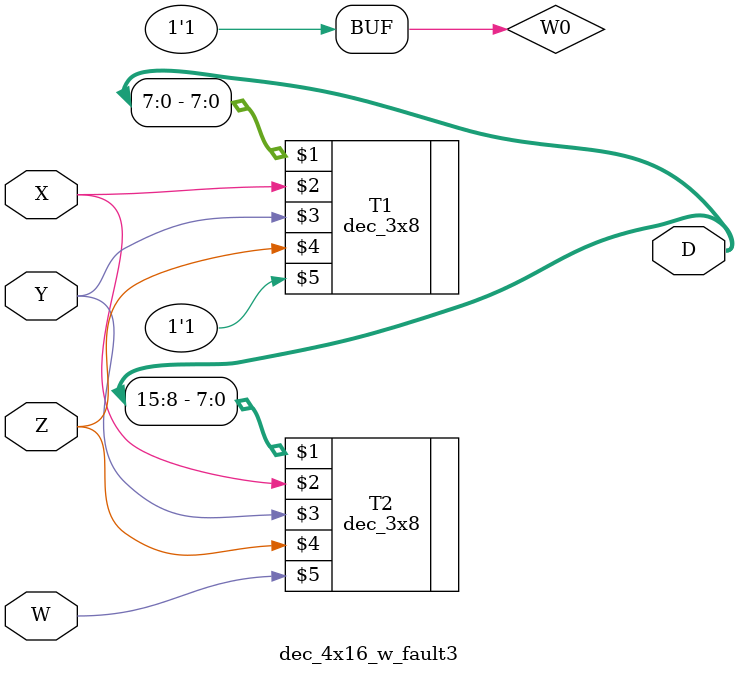
<source format=v>
`timescale 1ns / 1ps
module dec_4x16_w_fault3(output [15:0]D, input X,Y,Z,W);
wire W0;
not(W0,0);//SA0 fault before NOT gate
dec_3x8 T1(D[7:0],X,Y,Z,W0), T2(D[15:8],X,Y,Z,W);

endmodule

</source>
